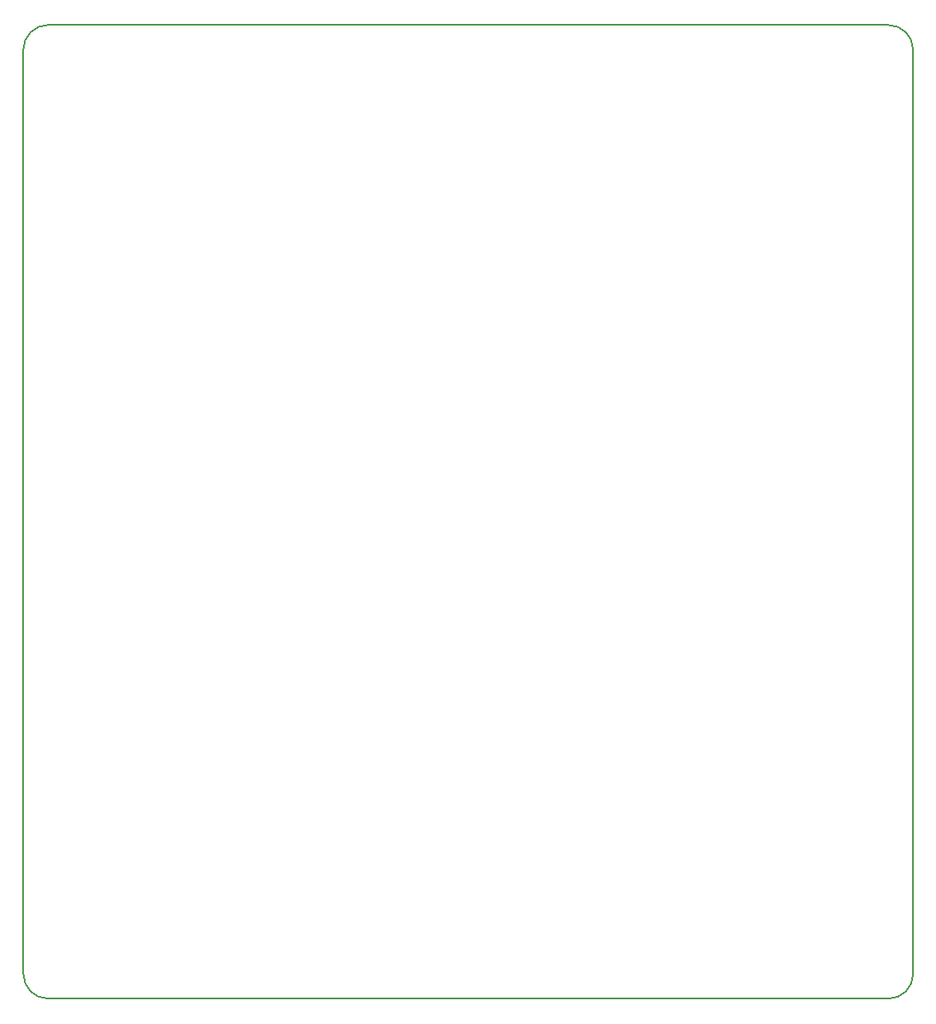
<source format=gbr>
%TF.GenerationSoftware,KiCad,Pcbnew,8.0.0*%
%TF.CreationDate,2024-03-15T19:34:49+09:00*%
%TF.ProjectId,ds_test_board3,64735f74-6573-4745-9f62-6f617264332e,rev?*%
%TF.SameCoordinates,Original*%
%TF.FileFunction,Profile,NP*%
%FSLAX46Y46*%
G04 Gerber Fmt 4.6, Leading zero omitted, Abs format (unit mm)*
G04 Created by KiCad (PCBNEW 8.0.0) date 2024-03-15 19:34:49*
%MOMM*%
%LPD*%
G01*
G04 APERTURE LIST*
%TA.AperFunction,Profile*%
%ADD10C,0.200000*%
%TD*%
G04 APERTURE END LIST*
D10*
X210820000Y-57150000D02*
X124460000Y-57150000D01*
X124462312Y-157136238D02*
G75*
G02*
X121922262Y-154596238I-12J2540038D01*
G01*
X210820000Y-57150000D02*
G75*
G02*
X213360000Y-59690000I0J-2540000D01*
G01*
X124462312Y-157136238D02*
X210820000Y-157136238D01*
X121920000Y-59690000D02*
X121922312Y-154596238D01*
X213362339Y-154596238D02*
G75*
G02*
X210820000Y-157136238I-2540039J38D01*
G01*
X121920000Y-59690000D02*
G75*
G02*
X124460000Y-57150000I2540000J0D01*
G01*
X213362312Y-154596238D02*
X213360000Y-59690000D01*
M02*

</source>
